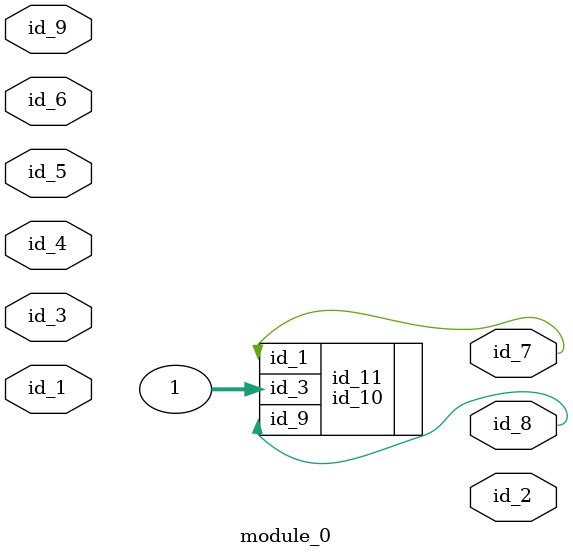
<source format=v>
module module_0 (
    id_1,
    id_2,
    id_3,
    id_4,
    id_5,
    id_6,
    id_7,
    id_8,
    id_9
);
  input id_9;
  output id_8;
  output id_7;
  input id_6;
  input id_5;
  input id_4;
  input id_3;
  output id_2;
  input id_1;
  id_10 id_11 (
      .id_9(id_8),
      .id_3(1),
      .id_1(id_7)
  );
endmodule

</source>
